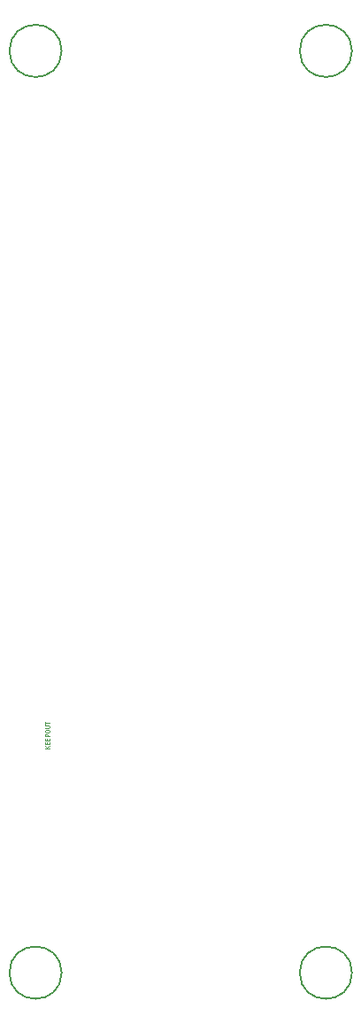
<source format=gbr>
%TF.GenerationSoftware,KiCad,Pcbnew,7.0.6*%
%TF.CreationDate,2024-05-08T12:01:16-04:00*%
%TF.ProjectId,ActiveImpactor_Power,41637469-7665-4496-9d70-6163746f725f,rev?*%
%TF.SameCoordinates,Original*%
%TF.FileFunction,Other,Comment*%
%FSLAX46Y46*%
G04 Gerber Fmt 4.6, Leading zero omitted, Abs format (unit mm)*
G04 Created by KiCad (PCBNEW 7.0.6) date 2024-05-08 12:01:16*
%MOMM*%
%LPD*%
G01*
G04 APERTURE LIST*
%ADD10C,0.070000*%
%ADD11C,0.150000*%
G04 APERTURE END LIST*
D10*
X-12553592Y-22608095D02*
X-12953592Y-22608095D01*
X-12553592Y-22379524D02*
X-12782163Y-22550953D01*
X-12953592Y-22379524D02*
X-12725020Y-22608095D01*
X-12763116Y-22208095D02*
X-12763116Y-22074762D01*
X-12553592Y-22017619D02*
X-12553592Y-22208095D01*
X-12553592Y-22208095D02*
X-12953592Y-22208095D01*
X-12953592Y-22208095D02*
X-12953592Y-22017619D01*
X-12763116Y-21846190D02*
X-12763116Y-21712857D01*
X-12553592Y-21655714D02*
X-12553592Y-21846190D01*
X-12553592Y-21846190D02*
X-12953592Y-21846190D01*
X-12953592Y-21846190D02*
X-12953592Y-21655714D01*
X-12553592Y-21484285D02*
X-12953592Y-21484285D01*
X-12953592Y-21484285D02*
X-12953592Y-21331904D01*
X-12953592Y-21331904D02*
X-12934544Y-21293809D01*
X-12934544Y-21293809D02*
X-12915497Y-21274762D01*
X-12915497Y-21274762D02*
X-12877401Y-21255714D01*
X-12877401Y-21255714D02*
X-12820259Y-21255714D01*
X-12820259Y-21255714D02*
X-12782163Y-21274762D01*
X-12782163Y-21274762D02*
X-12763116Y-21293809D01*
X-12763116Y-21293809D02*
X-12744068Y-21331904D01*
X-12744068Y-21331904D02*
X-12744068Y-21484285D01*
X-12953592Y-21008095D02*
X-12953592Y-20931904D01*
X-12953592Y-20931904D02*
X-12934544Y-20893809D01*
X-12934544Y-20893809D02*
X-12896449Y-20855714D01*
X-12896449Y-20855714D02*
X-12820259Y-20836666D01*
X-12820259Y-20836666D02*
X-12686925Y-20836666D01*
X-12686925Y-20836666D02*
X-12610735Y-20855714D01*
X-12610735Y-20855714D02*
X-12572640Y-20893809D01*
X-12572640Y-20893809D02*
X-12553592Y-20931904D01*
X-12553592Y-20931904D02*
X-12553592Y-21008095D01*
X-12553592Y-21008095D02*
X-12572640Y-21046190D01*
X-12572640Y-21046190D02*
X-12610735Y-21084285D01*
X-12610735Y-21084285D02*
X-12686925Y-21103333D01*
X-12686925Y-21103333D02*
X-12820259Y-21103333D01*
X-12820259Y-21103333D02*
X-12896449Y-21084285D01*
X-12896449Y-21084285D02*
X-12934544Y-21046190D01*
X-12934544Y-21046190D02*
X-12953592Y-21008095D01*
X-12953592Y-20665237D02*
X-12629782Y-20665237D01*
X-12629782Y-20665237D02*
X-12591687Y-20646190D01*
X-12591687Y-20646190D02*
X-12572640Y-20627142D01*
X-12572640Y-20627142D02*
X-12553592Y-20589047D01*
X-12553592Y-20589047D02*
X-12553592Y-20512856D01*
X-12553592Y-20512856D02*
X-12572640Y-20474761D01*
X-12572640Y-20474761D02*
X-12591687Y-20455714D01*
X-12591687Y-20455714D02*
X-12629782Y-20436666D01*
X-12629782Y-20436666D02*
X-12953592Y-20436666D01*
X-12953592Y-20303332D02*
X-12953592Y-20074761D01*
X-12553592Y-20189047D02*
X-12953592Y-20189047D01*
D11*
%TO.C,H102*%
X-11390500Y44053000D02*
G75*
G03*
X-11390500Y44053000I-2500000J0D01*
G01*
%TO.C,H101*%
X16390500Y44053000D02*
G75*
G03*
X16390500Y44053000I-2500000J0D01*
G01*
%TO.C,H104*%
X16390500Y-44053000D02*
G75*
G03*
X16390500Y-44053000I-2500000J0D01*
G01*
%TO.C,H103*%
X-11390500Y-44053000D02*
G75*
G03*
X-11390500Y-44053000I-2500000J0D01*
G01*
%TD*%
M02*

</source>
